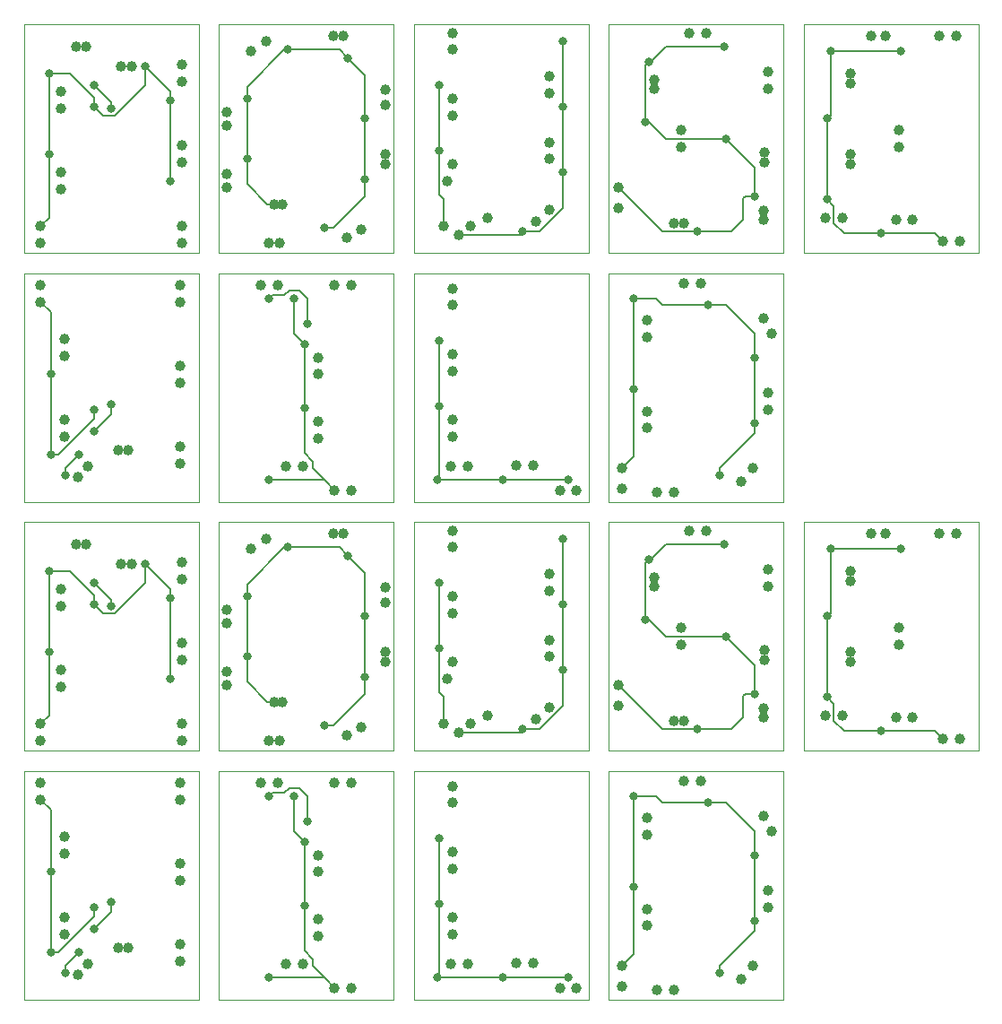
<source format=gbl>
G75*
G70*
%OFA0B0*%
%FSLAX25Y25*%
%IPPOS*%
%LPD*%
%AMOC8*
5,1,8,0,0,1.08239X$1,22.5*
%
%ADD10C,0.03970*%
%ADD14C,0.03170*%
%ADD16C,0.00600*%
%ADD17C,0.00000*%
X0010000Y0010000D02*
G75*
%LPD*%
D17*
X0010000Y0010000D02*
X0010000Y0095000D01*
X0075000Y0095000D01*
X0075000Y0010000D01*
X0010000Y0010000D01*
D10*
X0030000Y0019370D03*
X0033750Y0023120D03*
X0025000Y0034370D03*
X0025000Y0040620D03*
X0045000Y0029370D03*
X0048750Y0029370D03*
X0068120Y0030620D03*
X0068120Y0024370D03*
X0068120Y0054370D03*
X0068120Y0060620D03*
X0068120Y0084370D03*
X0068120Y0090620D03*
X0025000Y0070620D03*
X0025000Y0064370D03*
X0016250Y0084370D03*
X0016250Y0090620D03*
D14*
X0020000Y0057500D03*
X0036250Y0044370D03*
X0042500Y0046250D03*
X0036250Y0036250D03*
X0030620Y0027500D03*
X0025620Y0020000D03*
X0020000Y0027500D03*
D16*
X0022740Y0027500D01*
X0036250Y0041010D01*
X0036250Y0044370D01*
X0042500Y0042500D02*
X0042500Y0046250D01*
X0042500Y0042500D02*
X0036250Y0036250D01*
X0030620Y0027500D02*
X0025620Y0022500D01*
X0025620Y0020000D01*
X0020000Y0027500D02*
X0020000Y0057500D01*
X0020000Y0080620D01*
X0016250Y0084370D01*
X0082500Y0010000D02*
G75*
%LPD*%
D17*
X0082500Y0010000D02*
X0082500Y0095000D01*
X0147500Y0095000D01*
X0147500Y0010000D01*
X0082500Y0010000D01*
D10*
X0107500Y0023120D03*
X0113750Y0023120D03*
X0119370Y0033750D03*
X0119370Y0040000D03*
X0119370Y0057500D03*
X0119370Y0063750D03*
X0125620Y0090620D03*
X0131870Y0090620D03*
X0104370Y0090620D03*
X0098120Y0090620D03*
X0125620Y0014370D03*
X0131870Y0014370D03*
D14*
X0114370Y0045000D03*
X0114370Y0068750D03*
X0115620Y0076250D03*
X0110620Y0085620D03*
X0101250Y0085620D03*
X0101250Y0018120D03*
D16*
X0121870Y0018120D01*
X0117500Y0022500D01*
X0117500Y0025000D01*
X0114370Y0028120D01*
X0114370Y0045000D01*
X0114370Y0068750D01*
X0110620Y0072500D01*
X0110620Y0085620D01*
X0108750Y0088750D02*
X0112500Y0088750D01*
X0115620Y0085620D01*
X0115620Y0076250D01*
X0106870Y0086870D02*
X0108750Y0088750D01*
X0106870Y0086870D02*
X0102500Y0086870D01*
X0101250Y0085620D01*
X0121870Y0018120D02*
X0122500Y0017500D01*
X0125620Y0014370D01*
X0155000Y0010000D02*
G75*
%LPD*%
D17*
X0155000Y0010000D02*
X0155000Y0095000D01*
X0220000Y0095000D01*
X0220000Y0010000D01*
X0155000Y0010000D01*
D10*
X0168750Y0023120D03*
X0175000Y0023120D03*
X0169370Y0034370D03*
X0169370Y0040620D03*
X0169370Y0058750D03*
X0169370Y0065000D03*
X0169370Y0083120D03*
X0169370Y0089370D03*
X0193120Y0023750D03*
X0199370Y0023750D03*
X0209370Y0014370D03*
X0215620Y0014370D03*
D14*
X0212500Y0018120D03*
X0188120Y0018120D03*
X0163750Y0018120D03*
X0164370Y0045620D03*
X0164370Y0070000D03*
D16*
X0164370Y0045620D01*
X0164370Y0018750D01*
X0163750Y0018120D01*
X0188120Y0018120D01*
X0212500Y0018120D01*
X0227500Y0010000D02*
G75*
%LPD*%
D17*
X0227500Y0010000D02*
X0227500Y0095000D01*
X0292500Y0095000D01*
X0292500Y0010000D01*
X0227500Y0010000D01*
D10*
X0232500Y0015000D03*
X0232500Y0022500D03*
X0245620Y0013750D03*
X0251870Y0013750D03*
X0241870Y0037500D03*
X0241870Y0043750D03*
X0241870Y0071250D03*
X0241870Y0077500D03*
X0255620Y0091250D03*
X0261870Y0091250D03*
X0285000Y0078120D03*
X0288120Y0072500D03*
X0286870Y0050620D03*
X0286870Y0044370D03*
X0281250Y0022500D03*
X0276870Y0017500D03*
D14*
X0268750Y0020000D03*
X0281870Y0039370D03*
X0281870Y0063750D03*
X0264370Y0083120D03*
X0236870Y0085620D03*
X0236870Y0051870D03*
D16*
X0236870Y0026870D01*
X0232500Y0022500D01*
X0236870Y0051870D02*
X0236870Y0085620D01*
X0245000Y0085620D01*
X0247500Y0083120D01*
X0264370Y0083120D01*
X0271250Y0083120D01*
X0281870Y0072500D01*
X0281870Y0063750D01*
X0281870Y0039370D01*
X0281870Y0035620D01*
X0268750Y0022500D01*
X0268750Y0020000D01*
X0010000Y0102500D02*
G75*
%LPD*%
D17*
X0010000Y0102500D02*
X0010000Y0187500D01*
X0075000Y0187500D01*
X0075000Y0102500D01*
X0010000Y0102500D01*
D10*
X0016250Y0106250D03*
X0016250Y0112500D03*
X0023750Y0126250D03*
X0023750Y0132500D03*
X0023750Y0156250D03*
X0023750Y0162500D03*
X0029370Y0179370D03*
X0033120Y0179370D03*
X0046250Y0171870D03*
X0050000Y0171870D03*
X0068750Y0172500D03*
X0068750Y0166250D03*
X0068750Y0142500D03*
X0068750Y0136250D03*
X0068750Y0112500D03*
X0068750Y0106250D03*
D14*
X0064370Y0129370D03*
X0042500Y0156250D03*
X0036250Y0156870D03*
X0036250Y0165000D03*
X0019370Y0169370D03*
X0019370Y0139370D03*
X0055000Y0171870D03*
X0064370Y0159370D03*
D16*
X0064370Y0129370D01*
X0043750Y0153750D02*
X0055000Y0165000D01*
X0055000Y0171870D01*
X0064370Y0162500D01*
X0064370Y0159370D01*
X0043750Y0153750D02*
X0039370Y0153750D01*
X0036250Y0156870D01*
X0036250Y0160240D01*
X0027110Y0169370D01*
X0019370Y0169370D01*
X0019370Y0139370D01*
X0019370Y0115620D01*
X0016250Y0112500D01*
X0042500Y0156250D02*
X0042500Y0158750D01*
X0036250Y0165000D01*
X0082500Y0102500D02*
G75*
%LPD*%
D17*
X0082500Y0102500D02*
X0082500Y0187500D01*
X0147500Y0187500D01*
X0147500Y0102500D01*
X0082500Y0102500D01*
D10*
X0101250Y0106250D03*
X0105000Y0106250D03*
X0106250Y0120620D03*
X0103120Y0120620D03*
X0085620Y0126870D03*
X0085620Y0131870D03*
X0085620Y0150000D03*
X0085620Y0155000D03*
X0094370Y0177500D03*
X0100000Y0181250D03*
X0125000Y0183120D03*
X0128750Y0183120D03*
X0144370Y0163120D03*
X0144370Y0157500D03*
X0144370Y0139370D03*
X0144370Y0135620D03*
X0135620Y0111250D03*
X0130000Y0108120D03*
D16*
X0125000Y0111870D02*
X0136870Y0123750D01*
X0136870Y0130000D01*
X0136870Y0152500D01*
X0136870Y0168750D01*
X0130620Y0175000D01*
X0127500Y0178120D01*
X0108120Y0178120D01*
X0106870Y0178120D01*
X0093120Y0164370D01*
X0093120Y0160000D01*
X0093120Y0137500D01*
X0093120Y0128120D01*
X0100620Y0120620D01*
X0103120Y0120620D01*
X0121870Y0111870D02*
X0125000Y0111870D01*
D14*
X0121870Y0111870D03*
X0136870Y0130000D03*
X0136870Y0152500D03*
X0130620Y0175000D03*
X0108120Y0178120D03*
X0093120Y0160000D03*
X0093120Y0137500D03*
X0155000Y0102500D02*
G75*
%LPD*%
D17*
X0155000Y0102500D02*
X0155000Y0187500D01*
X0220000Y0187500D01*
X0220000Y0102500D01*
X0155000Y0102500D01*
D10*
X0166250Y0112500D03*
X0171870Y0109370D03*
X0176250Y0112500D03*
X0182500Y0115620D03*
X0167500Y0129370D03*
X0169370Y0135620D03*
X0169370Y0153750D03*
X0169370Y0160000D03*
X0169370Y0178120D03*
X0169370Y0184370D03*
X0205620Y0168120D03*
X0205620Y0161870D03*
X0205620Y0143750D03*
X0205620Y0137500D03*
X0205620Y0118750D03*
X0200620Y0114370D03*
D14*
X0195620Y0110620D03*
X0210620Y0132500D03*
X0210620Y0156870D03*
X0210620Y0181250D03*
X0164370Y0165000D03*
X0164370Y0140620D03*
D16*
X0164370Y0124370D01*
X0166250Y0122500D01*
X0166250Y0112500D01*
X0171870Y0109370D02*
X0195620Y0109370D01*
X0195620Y0110620D01*
X0201870Y0110620D01*
X0210620Y0119370D01*
X0210620Y0132500D01*
X0210620Y0156870D01*
X0210620Y0181250D01*
X0164370Y0165000D02*
X0164370Y0140620D01*
X0227500Y0102500D02*
G75*
%LPD*%
D17*
X0227500Y0102500D02*
X0227500Y0187500D01*
X0292500Y0187500D01*
X0292500Y0102500D01*
X0227500Y0102500D01*
D10*
X0231250Y0119370D03*
X0231250Y0126870D03*
X0251870Y0113750D03*
X0255620Y0113750D03*
X0254370Y0141870D03*
X0254370Y0148120D03*
X0244370Y0163750D03*
X0244370Y0166870D03*
X0257500Y0184370D03*
X0263750Y0184370D03*
X0286870Y0170000D03*
X0286870Y0163750D03*
X0285620Y0140000D03*
X0285620Y0136250D03*
X0285000Y0118120D03*
X0285000Y0115000D03*
D16*
X0277500Y0115000D02*
X0277500Y0122880D01*
X0278360Y0123750D01*
X0281870Y0123750D01*
X0281870Y0134370D01*
X0271250Y0145000D01*
X0248750Y0145000D01*
X0242500Y0151250D01*
X0241250Y0151250D01*
X0241250Y0172500D01*
X0242500Y0173750D01*
X0243120Y0173750D01*
X0248750Y0179370D01*
X0270620Y0179370D01*
X0231250Y0126870D02*
X0247500Y0110620D01*
X0260620Y0110620D01*
X0273120Y0110620D01*
X0277500Y0115000D01*
D14*
X0281870Y0123750D03*
X0271250Y0145000D03*
X0242500Y0173750D03*
X0241250Y0151250D03*
X0270620Y0179370D03*
X0260620Y0110620D03*
X0300000Y0102500D02*
G75*
%LPD*%
D17*
X0300000Y0102500D02*
X0300000Y0187500D01*
X0365000Y0187500D01*
X0365000Y0102500D01*
X0300000Y0102500D01*
D10*
X0308120Y0115620D03*
X0314370Y0115620D03*
X0317500Y0135620D03*
X0317500Y0139370D03*
X0335620Y0141870D03*
X0335620Y0148120D03*
X0317500Y0165620D03*
X0317500Y0169370D03*
X0325000Y0183120D03*
X0330620Y0183120D03*
X0350620Y0183120D03*
X0356870Y0183120D03*
X0340620Y0115000D03*
X0334370Y0115000D03*
X0351870Y0106870D03*
X0358120Y0106870D03*
D14*
X0328750Y0110000D03*
X0308750Y0122500D03*
X0308750Y0152500D03*
X0310000Y0177500D03*
X0336250Y0177500D03*
D16*
X0310000Y0177500D01*
X0310000Y0153750D01*
X0308750Y0152500D01*
X0308750Y0122500D01*
X0311250Y0120000D01*
X0311250Y0113750D01*
X0315000Y0110000D01*
X0328750Y0110000D01*
X0348750Y0110000D01*
X0351870Y0106870D01*
X0010000Y0195000D02*
G75*
%LPD*%
D17*
X0010000Y0195000D02*
X0010000Y0280000D01*
X0075000Y0280000D01*
X0075000Y0195000D01*
X0010000Y0195000D01*
D10*
X0030000Y0204370D03*
X0033750Y0208120D03*
X0025000Y0219370D03*
X0025000Y0225620D03*
X0045000Y0214370D03*
X0048750Y0214370D03*
X0068120Y0215620D03*
X0068120Y0209370D03*
X0068120Y0239370D03*
X0068120Y0245620D03*
X0068120Y0269370D03*
X0068120Y0275620D03*
X0025000Y0255620D03*
X0025000Y0249370D03*
X0016250Y0269370D03*
X0016250Y0275620D03*
D14*
X0020000Y0242500D03*
X0036250Y0229370D03*
X0042500Y0231250D03*
X0036250Y0221250D03*
X0030620Y0212500D03*
X0025620Y0205000D03*
X0020000Y0212500D03*
D16*
X0022740Y0212500D01*
X0036250Y0226010D01*
X0036250Y0229370D01*
X0042500Y0227500D02*
X0042500Y0231250D01*
X0042500Y0227500D02*
X0036250Y0221250D01*
X0030620Y0212500D02*
X0025620Y0207500D01*
X0025620Y0205000D01*
X0020000Y0212500D02*
X0020000Y0242500D01*
X0020000Y0265620D01*
X0016250Y0269370D01*
X0082500Y0195000D02*
G75*
%LPD*%
D17*
X0082500Y0195000D02*
X0082500Y0280000D01*
X0147500Y0280000D01*
X0147500Y0195000D01*
X0082500Y0195000D01*
D10*
X0107500Y0208120D03*
X0113750Y0208120D03*
X0119370Y0218750D03*
X0119370Y0225000D03*
X0119370Y0242500D03*
X0119370Y0248750D03*
X0125620Y0275620D03*
X0131870Y0275620D03*
X0104370Y0275620D03*
X0098120Y0275620D03*
X0125620Y0199370D03*
X0131870Y0199370D03*
D14*
X0114370Y0230000D03*
X0114370Y0253750D03*
X0115620Y0261250D03*
X0110620Y0270620D03*
X0101250Y0270620D03*
X0101250Y0203120D03*
D16*
X0121870Y0203120D01*
X0117500Y0207500D01*
X0117500Y0210000D01*
X0114370Y0213120D01*
X0114370Y0230000D01*
X0114370Y0253750D01*
X0110620Y0257500D01*
X0110620Y0270620D01*
X0108750Y0273750D02*
X0112500Y0273750D01*
X0115620Y0270620D01*
X0115620Y0261250D01*
X0106870Y0271870D02*
X0108750Y0273750D01*
X0106870Y0271870D02*
X0102500Y0271870D01*
X0101250Y0270620D01*
X0121870Y0203120D02*
X0122500Y0202500D01*
X0125620Y0199370D01*
X0155000Y0195000D02*
G75*
%LPD*%
D17*
X0155000Y0195000D02*
X0155000Y0280000D01*
X0220000Y0280000D01*
X0220000Y0195000D01*
X0155000Y0195000D01*
D10*
X0168750Y0208120D03*
X0175000Y0208120D03*
X0169370Y0219370D03*
X0169370Y0225620D03*
X0169370Y0243750D03*
X0169370Y0250000D03*
X0169370Y0268120D03*
X0169370Y0274370D03*
X0193120Y0208750D03*
X0199370Y0208750D03*
X0209370Y0199370D03*
X0215620Y0199370D03*
D14*
X0212500Y0203120D03*
X0188120Y0203120D03*
X0163750Y0203120D03*
X0164370Y0230620D03*
X0164370Y0255000D03*
D16*
X0164370Y0230620D01*
X0164370Y0203750D01*
X0163750Y0203120D01*
X0188120Y0203120D01*
X0212500Y0203120D01*
X0227500Y0195000D02*
G75*
%LPD*%
D17*
X0227500Y0195000D02*
X0227500Y0280000D01*
X0292500Y0280000D01*
X0292500Y0195000D01*
X0227500Y0195000D01*
D10*
X0232500Y0200000D03*
X0232500Y0207500D03*
X0245620Y0198750D03*
X0251870Y0198750D03*
X0241870Y0222500D03*
X0241870Y0228750D03*
X0241870Y0256250D03*
X0241870Y0262500D03*
X0255620Y0276250D03*
X0261870Y0276250D03*
X0285000Y0263120D03*
X0288120Y0257500D03*
X0286870Y0235620D03*
X0286870Y0229370D03*
X0281250Y0207500D03*
X0276870Y0202500D03*
D14*
X0268750Y0205000D03*
X0281870Y0224370D03*
X0281870Y0248750D03*
X0264370Y0268120D03*
X0236870Y0270620D03*
X0236870Y0236870D03*
D16*
X0236870Y0211870D01*
X0232500Y0207500D01*
X0236870Y0236870D02*
X0236870Y0270620D01*
X0245000Y0270620D01*
X0247500Y0268120D01*
X0264370Y0268120D01*
X0271250Y0268120D01*
X0281870Y0257500D01*
X0281870Y0248750D01*
X0281870Y0224370D01*
X0281870Y0220620D01*
X0268750Y0207500D01*
X0268750Y0205000D01*
X0010000Y0287500D02*
G75*
%LPD*%
D17*
X0010000Y0287500D02*
X0010000Y0372500D01*
X0075000Y0372500D01*
X0075000Y0287500D01*
X0010000Y0287500D01*
D10*
X0016250Y0291250D03*
X0016250Y0297500D03*
X0023750Y0311250D03*
X0023750Y0317500D03*
X0023750Y0341250D03*
X0023750Y0347500D03*
X0029370Y0364370D03*
X0033120Y0364370D03*
X0046250Y0356870D03*
X0050000Y0356870D03*
X0068750Y0357500D03*
X0068750Y0351250D03*
X0068750Y0327500D03*
X0068750Y0321250D03*
X0068750Y0297500D03*
X0068750Y0291250D03*
D14*
X0064370Y0314370D03*
X0042500Y0341250D03*
X0036250Y0341870D03*
X0036250Y0350000D03*
X0019370Y0354370D03*
X0019370Y0324370D03*
X0055000Y0356870D03*
X0064370Y0344370D03*
D16*
X0064370Y0314370D01*
X0043750Y0338750D02*
X0055000Y0350000D01*
X0055000Y0356870D01*
X0064370Y0347500D01*
X0064370Y0344370D01*
X0043750Y0338750D02*
X0039370Y0338750D01*
X0036250Y0341870D01*
X0036250Y0345240D01*
X0027110Y0354370D01*
X0019370Y0354370D01*
X0019370Y0324370D01*
X0019370Y0300620D01*
X0016250Y0297500D01*
X0042500Y0341250D02*
X0042500Y0343750D01*
X0036250Y0350000D01*
X0082500Y0287500D02*
G75*
%LPD*%
D17*
X0082500Y0287500D02*
X0082500Y0372500D01*
X0147500Y0372500D01*
X0147500Y0287500D01*
X0082500Y0287500D01*
D10*
X0101250Y0291250D03*
X0105000Y0291250D03*
X0106250Y0305620D03*
X0103120Y0305620D03*
X0085620Y0311870D03*
X0085620Y0316870D03*
X0085620Y0335000D03*
X0085620Y0340000D03*
X0094370Y0362500D03*
X0100000Y0366250D03*
X0125000Y0368120D03*
X0128750Y0368120D03*
X0144370Y0348120D03*
X0144370Y0342500D03*
X0144370Y0324370D03*
X0144370Y0320620D03*
X0135620Y0296250D03*
X0130000Y0293120D03*
D16*
X0125000Y0296870D02*
X0136870Y0308750D01*
X0136870Y0315000D01*
X0136870Y0337500D01*
X0136870Y0353750D01*
X0130620Y0360000D01*
X0127500Y0363120D01*
X0108120Y0363120D01*
X0106870Y0363120D01*
X0093120Y0349370D01*
X0093120Y0345000D01*
X0093120Y0322500D01*
X0093120Y0313120D01*
X0100620Y0305620D01*
X0103120Y0305620D01*
X0121870Y0296870D02*
X0125000Y0296870D01*
D14*
X0121870Y0296870D03*
X0136870Y0315000D03*
X0136870Y0337500D03*
X0130620Y0360000D03*
X0108120Y0363120D03*
X0093120Y0345000D03*
X0093120Y0322500D03*
X0155000Y0287500D02*
G75*
%LPD*%
D17*
X0155000Y0287500D02*
X0155000Y0372500D01*
X0220000Y0372500D01*
X0220000Y0287500D01*
X0155000Y0287500D01*
D10*
X0166250Y0297500D03*
X0171870Y0294370D03*
X0176250Y0297500D03*
X0182500Y0300620D03*
X0167500Y0314370D03*
X0169370Y0320620D03*
X0169370Y0338750D03*
X0169370Y0345000D03*
X0169370Y0363120D03*
X0169370Y0369370D03*
X0205620Y0353120D03*
X0205620Y0346870D03*
X0205620Y0328750D03*
X0205620Y0322500D03*
X0205620Y0303750D03*
X0200620Y0299370D03*
D14*
X0195620Y0295620D03*
X0210620Y0317500D03*
X0210620Y0341870D03*
X0210620Y0366250D03*
X0164370Y0350000D03*
X0164370Y0325620D03*
D16*
X0164370Y0309370D01*
X0166250Y0307500D01*
X0166250Y0297500D01*
X0171870Y0294370D02*
X0195620Y0294370D01*
X0195620Y0295620D01*
X0201870Y0295620D01*
X0210620Y0304370D01*
X0210620Y0317500D01*
X0210620Y0341870D01*
X0210620Y0366250D01*
X0164370Y0350000D02*
X0164370Y0325620D01*
X0227500Y0287500D02*
G75*
%LPD*%
D17*
X0227500Y0287500D02*
X0227500Y0372500D01*
X0292500Y0372500D01*
X0292500Y0287500D01*
X0227500Y0287500D01*
D10*
X0231250Y0304370D03*
X0231250Y0311870D03*
X0251870Y0298750D03*
X0255620Y0298750D03*
X0254370Y0326870D03*
X0254370Y0333120D03*
X0244370Y0348750D03*
X0244370Y0351870D03*
X0257500Y0369370D03*
X0263750Y0369370D03*
X0286870Y0355000D03*
X0286870Y0348750D03*
X0285620Y0325000D03*
X0285620Y0321250D03*
X0285000Y0303120D03*
X0285000Y0300000D03*
D16*
X0277500Y0300000D02*
X0277500Y0307880D01*
X0278360Y0308750D01*
X0281870Y0308750D01*
X0281870Y0319370D01*
X0271250Y0330000D01*
X0248750Y0330000D01*
X0242500Y0336250D01*
X0241250Y0336250D01*
X0241250Y0357500D01*
X0242500Y0358750D01*
X0243120Y0358750D01*
X0248750Y0364370D01*
X0270620Y0364370D01*
X0231250Y0311870D02*
X0247500Y0295620D01*
X0260620Y0295620D01*
X0273120Y0295620D01*
X0277500Y0300000D01*
D14*
X0281870Y0308750D03*
X0271250Y0330000D03*
X0242500Y0358750D03*
X0241250Y0336250D03*
X0270620Y0364370D03*
X0260620Y0295620D03*
X0300000Y0287500D02*
G75*
%LPD*%
D17*
X0300000Y0287500D02*
X0300000Y0372500D01*
X0365000Y0372500D01*
X0365000Y0287500D01*
X0300000Y0287500D01*
D10*
X0308120Y0300620D03*
X0314370Y0300620D03*
X0317500Y0320620D03*
X0317500Y0324370D03*
X0335620Y0326870D03*
X0335620Y0333120D03*
X0317500Y0350620D03*
X0317500Y0354370D03*
X0325000Y0368120D03*
X0330620Y0368120D03*
X0350620Y0368120D03*
X0356870Y0368120D03*
X0340620Y0300000D03*
X0334370Y0300000D03*
X0351870Y0291870D03*
X0358120Y0291870D03*
D14*
X0328750Y0295000D03*
X0308750Y0307500D03*
X0308750Y0337500D03*
X0310000Y0362500D03*
X0336250Y0362500D03*
D16*
X0310000Y0362500D01*
X0310000Y0338750D01*
X0308750Y0337500D01*
X0308750Y0307500D01*
X0311250Y0305000D01*
X0311250Y0298750D01*
X0315000Y0295000D01*
X0328750Y0295000D01*
X0348750Y0295000D01*
X0351870Y0291870D01*
M02*

</source>
